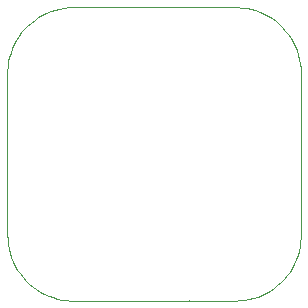
<source format=gko>
%FSTAX44Y44*%
%MOMM*%
%SFA1B1*%

%IPPOS*%
%ADD56C,0.010000*%
%LNpcb1-1*%
%LPD*%
G54D56*
X0047219Y00325372D02*
D01*
X00472226Y00325374*
X0047226Y00325377*
X00472295Y00325383*
X00472329Y00325392*
X00472363Y00325403*
X00472395Y00325416*
X00472427Y00325431*
X00472458Y00325449*
X00472486Y00325469*
X00472514Y0032549*
X00472541Y00325514*
X00472565Y00325539*
X00472588Y00325566*
X00472608Y00325594*
X00472627Y00325624*
X00472643Y00325655*
X00472658Y00325688*
X0047267Y00325721*
X00472679Y00325755*
X00472687Y00325789*
X00472687Y00325796*
D01*
X00472694Y00325762*
X00472703Y00325728*
X00472715Y00325695*
X00472729Y00325663*
X00472745Y00325631*
X00472763Y00325601*
X00472783Y00325572*
X00472805Y00325545*
X00472829Y0032552*
X00472855Y00325496*
X00472882Y00325474*
X00472911Y00325454*
X00472941Y00325435*
X00472973Y0032542*
X00473005Y00325406*
X00473038Y00325395*
X00473072Y00325386*
X00473107Y00325379*
X00473142Y00325375*
X00473177Y00325373*
X00473185Y00325372*
X0051181D02*
D01*
X00515692Y00325508*
X00519555Y00325914*
X00523381Y00326589*
X00527151Y00327528*
X00530846Y00328729*
X00534448Y00330184*
X00537939Y00331887*
X00541304Y0033383*
X00544524Y00336002*
X00547586Y00338394*
X00550473Y00340993*
X00553171Y00343788*
X00555668Y00346764*
X00557952Y00349907*
X00560011Y00353201*
X00561835Y00356632*
X00563415Y00360181*
X00564743Y00363831*
X00565814Y00367565*
X00566622Y00371366*
X00567162Y00375213*
X00567433Y00379088*
X00567467Y0038103*
Y0051816D02*
D01*
X00567332Y00522042*
X00566926Y00525905*
X00566251Y00529731*
X00565311Y00533501*
X00564111Y00537196*
X00562655Y00540798*
X00560952Y00544289*
X0055901Y00547654*
X00556838Y00550874*
X00554446Y00553936*
X00551847Y00556823*
X00549052Y00559521*
X00546076Y00562018*
X00542933Y00564302*
X00539638Y00566361*
X00536208Y00568185*
X00532659Y00569765*
X00529009Y00571093*
X00525274Y00572164*
X00521474Y00572972*
X00517627Y00573512*
X00513752Y00573783*
X0051181Y00573817*
X0037468D02*
D01*
X00370798Y00573682*
X00366934Y00573276*
X00363109Y00572601*
X00359339Y00571661*
X00355644Y00570461*
X00352042Y00569005*
X0034855Y00567302*
X00345186Y0056536*
X00341966Y00563188*
X00338904Y00560796*
X00336017Y00558197*
X00333318Y00555402*
X00330821Y00552426*
X00328538Y00549283*
X00326479Y00545988*
X00324655Y00542558*
X00323075Y00539009*
X00321746Y00535359*
X00320676Y00531624*
X00319868Y00527824*
X00319327Y00523977*
X00319056Y00520102*
X00319022Y0051816*
Y0038103D02*
D01*
X00319158Y00377148*
X00319564Y00373284*
X00320239Y00369459*
X00321178Y00365689*
X00322379Y00361994*
X00323834Y00358392*
X00325537Y003549*
X0032748Y00351536*
X00329652Y00348316*
X00332044Y00345254*
X00334643Y00342367*
X00337438Y00339668*
X00340414Y00337171*
X00343557Y00334888*
X00346851Y00332829*
X00350282Y00331005*
X00353831Y00329425*
X00357481Y00328096*
X00361215Y00327026*
X00365016Y00326218*
X00368863Y00325677*
X00372738Y00325406*
X0037468Y00325372*
X0047219*
X00473185D02*
X0051181D01*
X00567467Y0038103D02*
Y0051816D01*
X0037468Y00573817D02*
X0051181D01*
X00319022Y0038103D02*
Y0051816D01*
M02*
</source>
